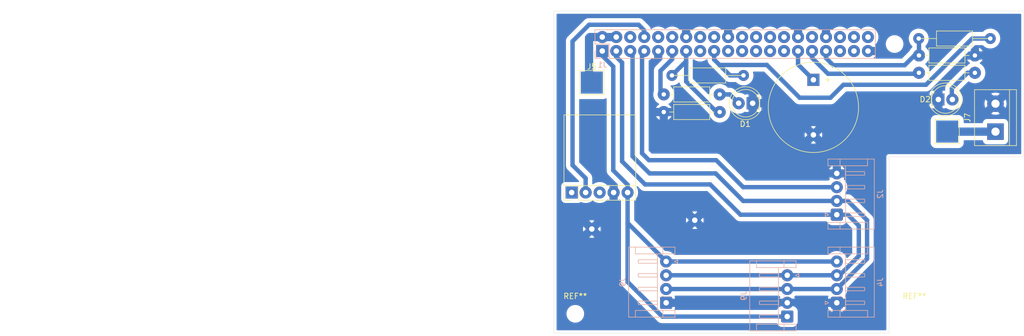
<source format=kicad_pcb>
(kicad_pcb (version 20240108) (generator "pcbnew") (generator_version "8.0")
  (layers (0 "F.Cu" signal) (31 "B.Cu" signal) (34 "B.Paste" user) (35 "F.Paste" user) (36 "B.SilkS" user "B.Silkscreen") (37 "F.SilkS" user "F.Silkscreen") (38 "B.Mask" user) (39 "F.Mask" user) (44 "Edge.Cuts" user))
  (net 0 "")
  (net 1 "GPIO5")
  (net 2 "GPIO13")
  (net 3 "Net-(D1-A)")
  (net 5 "Net-(D2-A)")
  (net 6 "+3.3V")
  (net 7 "TX")
  (net 9 "RX")
  (net 10 "GND")
  (net 13 "GPIO6")
  (net 17 "GPIO27")
  (net 20 "GPIO17")
  (net 21 "+5V")
  (net 23 "SDA")
  (net 28 "SCL")
  (net 33 "GPIO4")
  (net 35 "Net-(J5-Pin_1)")
  (footprint "Library_komsos:MountingHole_2.2mm_M2" (layer "F.Cu") (at 149.5 102)
    (property "Reference" "REF**" (at 0 -3.2 0) (layer "F.SilkS"))
    (property "Value" "MountingHole_2.2mm_M2")
    (pad "" np_thru_hole circle (at 0 0) (size 2.2 2.2) (drill 2.2) (layers "F&B.Cu" "*.Mask") (clearance 0.5))
  )
  (footprint "Library_komsos:TestPoint_Pad_4.0x4.0mm_KOSMOS" (layer "F.Cu") (at 152.5 60)
    (property "Reference" "J5" (at 0 -2.898 0) (layer "F.SilkS"))
    (property "Value" "Conn_01x01_Socket_Solder_Pad" (hide yes))
    (fp_line (start -2.2 -2.2) (end 2.2 -2.2) (stroke (width 0.12)) (layer "F.SilkS"))
    (fp_line (start -2.2 2.2) (end -2.2 -2.2) (stroke (width 0.12)) (layer "F.SilkS"))
    (fp_line (start 2.2 -2.2) (end 2.2 2.2) (stroke (width 0.12)) (layer "F.SilkS"))
    (fp_line (start 2.2 2.2) (end -2.2 2.2) (stroke (width 0.12)) (layer "F.SilkS"))
    (pad "1" smd rect (at 0 0) (size 4 4) (layers "B.Cu" "B.Mask") (net 35 "Net-(J5-Pin_1)") (clearance 1))
  )
  (footprint "" (layer "F.Cu") (at 171.2 85)
    (property "Reference" "" (at 0 0 0) (layer "F.SilkS") (effects (font (size 1.27 1.27))))
    (property "Value" "")
    (pad "2" thru_hole circle (at 0 0 270) (size 2.2 2.2) (drill 1) (layers "*.Cu" "*.Mask") (net 10 "GND"))
  )
  (footprint "Library_komsos:R_Axial_DIN0207_L6.3mm_D2.5mm_P10.16mm_Horizontal_v2.2mm" (layer "F.Cu") (at 211.92 58.225)
    (property "Reference" "R2" (hide yes))
    (property "Value" "260")
    (fp_line (start 1.04 0) (end 1.81 0) (stroke (width 0.12)) (layer "F.SilkS"))
    (fp_line (start 1.81 -1.37) (end 1.81 1.37) (stroke (width 0.12)) (layer "F.SilkS"))
    (fp_line (start 1.81 1.37) (end 8.35 1.37) (stroke (width 0.12)) (layer "F.SilkS"))
    (fp_line (start 8.35 -1.37) (end 1.81 -1.37) (stroke (width 0.12)) (layer "F.SilkS"))
    (fp_line (start 8.35 1.37) (end 8.35 -1.37) (stroke (width 0.12)) (layer "F.SilkS"))
    (fp_line (start 9.12 0) (end 8.35 0) (stroke (width 0.12)) (layer "F.SilkS"))
    (pad "1" thru_hole oval (at 0 0) (size 2.2 2.2) (drill 0.8) (layers "*.Cu" "*.Mask") (net 13 "GPIO6"))
    (pad "2" thru_hole oval (at 10.16 0) (size 2.2 2.2) (drill 0.8) (layers "*.Cu" "*.Mask") (net 5 "Net-(D2-A)"))
  )
  (footprint "Library_komsos:R_Axial_DIN0207_L6.3mm_D2.5mm_P13.24mm_Horizontal_v2mm" (layer "F.Cu") (at 211.88 52)
    (property "Reference" "SW2" (hide yes))
    (property "Value" "SW_OFF")
    (fp_line (start -0.08 0) (end 3.23 0) (stroke (width 0.12)) (layer "F.SilkS"))
    (fp_line (start 3.23 -1.37) (end 3.23 1.37) (stroke (width 0.12)) (layer "F.SilkS"))
    (fp_line (start 3.23 1.37) (end 9.77 1.37) (stroke (width 0.12)) (layer "F.SilkS"))
    (fp_line (start 9.77 -1.37) (end 3.23 -1.37) (stroke (width 0.12)) (layer "F.SilkS"))
    (fp_line (start 9.77 1.37) (end 9.77 -1.37) (stroke (width 0.12)) (layer "F.SilkS"))
    (fp_line (start 13 0) (end 9.795 0) (stroke (width 0.12)) (layer "F.SilkS"))
    (pad "1" thru_hole circle (at 0 0) (size 2 2) (drill 0.8) (layers "*.Cu" "*.Mask") (net 2 "GPIO13"))
    (pad "2" thru_hole oval (at 13 0) (size 2 2) (drill 0.8) (layers "*.Cu" "*.Mask") (net 6 "+3.3V"))
  )
  (footprint "Library_komsos:R_Axial_DIN0207_L6.3mm_D2.5mm_P13.24mm_Horizontal_v2mm" (layer "F.Cu") (at 167.05 58.7)
    (property "Reference" "SW1" (hide yes))
    (property "Value" "SW_REC")
    (fp_line (start -0.08 0) (end 3.23 0) (stroke (width 0.12)) (layer "F.SilkS"))
    (fp_line (start 3.23 -1.37) (end 3.23 1.37) (stroke (width 0.12)) (layer "F.SilkS"))
    (fp_line (start 3.23 1.37) (end 9.77 1.37) (stroke (width 0.12)) (layer "F.SilkS"))
    (fp_line (start 9.77 -1.37) (end 3.23 -1.37) (stroke (width 0.12)) (layer "F.SilkS"))
    (fp_line (start 9.77 1.37) (end 9.77 -1.37) (stroke (width 0.12)) (layer "F.SilkS"))
    (fp_line (start 13 0) (end 9.795 0) (stroke (width 0.12)) (layer "F.SilkS"))
    (pad "1" thru_hole circle (at 0 0) (size 2 2) (drill 0.8) (layers "*.Cu" "*.Mask") (net 17 "GPIO27"))
    (pad "2" thru_hole oval (at 13 0) (size 2 2) (drill 0.8) (layers "*.Cu" "*.Mask") (net 6 "+3.3V"))
  )
  (footprint "Library_komsos:MountingHole_2.2mm_M2" (layer "F.Cu") (at 211.1 102)
    (property "Reference" "REF**" (at 0 -3.2 0) (layer "F.SilkS"))
    (property "Value" "MountingHole_2.2mm_M2")
    (pad "" np_thru_hole circle (at 0 0) (size 2.2 2.2) (drill 2.2) (layers "F&B.Cu" "*.Mask") (clearance 0.5))
  )
  (footprint "Library_komsos:TerminalBlock_bornier-2_P5.08mm_v3mm" (layer "F.Cu") (at 225.825 68.915 90)
    (property "Reference" "J7" (at 2.54 -5.08 90) (layer "F.SilkS"))
    (property "Value" "Alim_Principale")
    (fp_line (start 7.62 -3.81) (end -2.54 -3.81) (stroke (width 0.12)) (layer "F.SilkS"))
    (fp_line (start -2.54 -3.81) (end -2.54 3.81) (stroke (width 0.12)) (layer "F.SilkS"))
    (fp_line (start 7.62 2.54) (end -2.54 2.54) (stroke (width 0.12)) (layer "F.SilkS"))
    (fp_line (start 7.62 3.81) (end 7.62 -3.81) (stroke (width 0.12)) (layer "F.SilkS"))
    (fp_line (start -2.54 3.81) (end 7.62 3.81) (stroke (width 0.12)) (layer "F.SilkS"))
    (pad "1" thru_hole rect (at 0 0 90) (size 3 3) (drill 1.5) (layers "*.Cu" "*.Mask") (net 21 "+5V"))
    (pad "2" thru_hole circle (at 5.08 0 90) (size 3 3) (drill 1.5) (layers "*.Cu" "*.Mask") (net 10 "GND"))
  )
  (footprint "Library_komsos:Buzzer_D16.8_H8.2_P10_v2.2" (layer "F.Cu") (at 192.75 59.5 -90)
    (property "Reference" "BZ1" (hide yes))
    (property "Value" "Buzzer")
    (fp_circle (center 5 0) (end 13.2 0) (stroke (width 0.12)) (fill none) (layer "F.SilkS"))
    (fp_text user "+" (at 0 -2.54 90) (layer "F.SilkS"))
    (pad "1" thru_hole rect (at 0 0 270) (size 2.2 2.2) (drill 1) (layers "*.Cu" "*.Mask") (net 1 "GPIO5"))
    (pad "2" thru_hole circle (at 10 0 270) (size 2.2 2.2) (drill 1) (layers "*.Cu" "*.Mask") (net 10 "GND"))
  )
  (footprint "Library_komsos:GPS_BDS_BeiDou_Dual_Module_v2.2mm" (layer "F.Cu") (at 148.84 79.97 90)
    (property "Reference" "IC1" (hide yes))
    (property "Value" "Module_GPS")
    (fp_line (start 14.1 -1.4) (end 1.27 -1.4) (stroke (width 0.12)) (layer "F.SilkS"))
    (fp_line (start 1.27 -1.4) (end 1.27 1.27) (stroke (width 0.12)) (layer "F.SilkS"))
    (fp_line (start 0 -1.4) (end -1.4 -1.4) (stroke (width 0.12)) (layer "F.SilkS"))
    (fp_line (start -1.4 -1.4) (end -1.4 0) (stroke (width 0.12)) (layer "F.SilkS"))
    (fp_line (start 1.27 1.27) (end -1.4 1.27) (stroke (width 0.12)) (layer "F.SilkS"))
    (fp_line (start 1.27 1.27) (end 1.27 11.63) (stroke (width 0.12)) (layer "F.SilkS"))
    (fp_line (start -1.4 1.27) (end -1.4 11.63) (stroke (width 0.12)) (layer "F.SilkS"))
    (fp_line (start 14.1 11.63) (end 14.1 -1.4) (stroke (width 0.12)) (layer "F.SilkS"))
    (fp_line (start -1.4 11.63) (end 14.1 11.63) (stroke (width 0.12)) (layer "F.SilkS"))
    (pad "1" thru_hole rect (at 0 0 90) (size 2.2 2.2) (drill 1) (layers "*.Cu" "*.Mask" "B.Adhes"))
    (pad "2" thru_hole oval (at 0 2.54 90) (size 2.2 2.2) (drill 1) (layers "*.Cu" "*.Mask") (net 7 "TX"))
    (pad "3" thru_hole oval (at 0 5.08 90) (size 2.2 2.2) (drill 1) (layers "*.Cu" "*.Mask") (net 9 "RX"))
    (pad "4" thru_hole oval (at 0 7.62 90) (size 2.2 2.2) (drill 1) (layers "*.Cu" "*.Mask") (net 10 "GND"))
    (pad "5" thru_hole oval (at 0 10.16 90) (size 2.2 2.2) (drill 1) (layers "*.Cu" "*.Mask") (net 6 "+3.3V"))
  )
  (footprint "Library_komsos:LED_D5.0mm_v2.2mm" (layer "F.Cu") (at 181.715 63.75 180)
    (property "Reference" "D1" (at 1.34 -3.775 0) (layer "F.SilkS"))
    (property "Value" "LED_verte")
    (fp_line (start -1.29 -1.545) (end -1.29 1.545) (stroke (width 0.12)) (layer "F.SilkS"))
    (fp_arc (start 4.26 -0.000462) (mid 2.072002 2.880433) (end -1.29 1.54483) (stroke (width 0.12)) (layer "F.SilkS"))
    (fp_arc (start -1.29 -1.54483) (mid 2.072002 -2.880433) (end 4.26 0.000462) (stroke (width 0.12)) (layer "F.SilkS"))
    (fp_circle (center 1.27 0) (end 3.77 0) (stroke (width 0.12)) (fill none) (layer "F.SilkS"))
    (pad "1" thru_hole rect (at 0 0 180) (size 2.2 2.2) (drill 1) (layers "*.Cu" "*.Mask") (net 10 "GND"))
    (pad "2" thru_hole circle (at 2.54 0 180) (size 2.2 2.2) (drill 1) (layers "*.Cu" "*.Mask") (net 3 "Net-(D1-A)"))
  )
  (footprint "Library_komsos:MountingHole_2.2mm_M2" (layer "F.Cu") (at 207.5 53)
    (property "Reference" "REF**" (hide yes))
    (property "Value" "MountingHole_2.2mm_M2")
    (pad "" np_thru_hole circle (at 0 0) (size 2.2 2.2) (drill 2.2) (layers "F&B.Cu" "*.Mask") (clearance 0.5))
  )
  (footprint "Library_komsos:LED_D5.0mm_v2.2mm" (layer "F.Cu") (at 215.45 63.075)
    (property "Reference" "D2" (at -2.4 -0.025 0) (layer "F.SilkS"))
    (property "Value" "LED_rouge")
    (fp_line (start -1.29 -1.545) (end -1.29 1.545) (stroke (width 0.12)) (layer "F.SilkS"))
    (fp_arc (start -1.29 -1.54483) (mid 2.072002 -2.880433) (end 4.26 0.000462) (stroke (width 0.12)) (layer "F.SilkS"))
    (fp_arc (start 4.26 -0.000462) (mid 2.072002 2.880433) (end -1.29 1.54483) (stroke (width 0.12)) (layer "F.SilkS"))
    (fp_circle (center 1.27 0) (end 3.77 0) (stroke (width 0.12)) (fill none) (layer "F.SilkS"))
    (pad "1" thru_hole rect (at 0 0) (size 2.2 2.2) (drill 1) (layers "*.Cu" "*.Mask") (net 10 "GND"))
    (pad "2" thru_hole circle (at 2.54 0) (size 2.2 2.2) (drill 1) (layers "*.Cu" "*.Mask") (net 5 "Net-(D2-A)"))
  )
  (footprint "" (layer "F.Cu") (at 152.5 86.6)
    (property "Reference" "" (at 0 0 0) (layer "F.SilkS") (effects (font (size 1.27 1.27))))
    (property "Value" "")
    (pad "2" thru_hole circle (at 0 0 270) (size 2.2 2.2) (drill 1) (layers "*.Cu" "*.Mask") (net 10 "GND"))
  )
  (footprint "Library_komsos:TestPoint_Pad_4.0x4.0mm_KOSMOS" (layer "F.Cu") (at 217.05 68.9)
    (property "Reference" "J6" (hide yes))
    (property "Value" "Conn_01x01_Socket_Solder_Pad" (hide yes))
    (fp_line (start -2.2 -2.2) (end 2.2 -2.2) (stroke (width 0.12)) (layer "F.SilkS"))
    (fp_line (start -2.2 2.2) (end -2.2 -2.2) (stroke (width 0.12)) (layer "F.SilkS"))
    (fp_line (start 2.2 -2.2) (end 2.2 2.2) (stroke (width 0.12)) (layer "F.SilkS"))
    (fp_line (start 2.2 2.2) (end -2.2 2.2) (stroke (width 0.12)) (layer "F.SilkS"))
    (pad "1" smd rect (at 0 0) (size 4 4) (layers "B.Cu" "B.Mask") (net 21 "+5V") (clearance 1))
  )
  (footprint "Library_komsos:R_Axial_DIN0207_L6.3mm_D2.5mm_P10.16mm_Horizontal_v2.2mm" (layer "F.Cu") (at 211.925 55.075)
    (property "Reference" "R4" (hide yes))
    (property "Value" "10k")
    (fp_line (start 1.04 0) (end 1.81 0) (stroke (width 0.12)) (layer "F.SilkS"))
    (fp_line (start 1.81 -1.37) (end 1.81 1.37) (stroke (width 0.12)) (layer "F.SilkS"))
    (fp_line (start 1.81 1.37) (end 8.35 1.37) (stroke (width 0.12)) (layer "F.SilkS"))
    (fp_line (start 8.35 -1.37) (end 1.81 -1.37) (stroke (width 0.12)) (layer "F.SilkS"))
    (fp_line (start 8.35 1.37) (end 8.35 -1.37) (stroke (width 0.12)) (layer "F.SilkS"))
    (fp_line (start 9.12 0) (end 8.35 0) (stroke (width 0.12)) (layer "F.SilkS"))
    (pad "1" thru_hole oval (at 0 0) (size 2.2 2.2) (drill 0.8) (layers "*.Cu" "*.Mask") (net 2 "GPIO13"))
    (pad "2" thru_hole oval (at 10.16 0) (size 2.2 2.2) (drill 0.8) (layers "*.Cu" "*.Mask") (net 10 "GND"))
  )
  (footprint "Library_komsos:R_Axial_DIN0207_L6.3mm_D2.5mm_P10.16mm_Horizontal_v2.2mm" (layer "F.Cu") (at 175.73 65.35 180)
    (property "Reference" "R3" (hide yes))
    (property "Value" "10k")
    (fp_line (start 9.12 0) (end 8.35 0) (stroke (width 0.12)) (layer "F.SilkS"))
    (fp_line (start 8.35 1.37) (end 8.35 -1.37) (stroke (width 0.12)) (layer "F.SilkS"))
    (fp_line (start 8.35 -1.37) (end 1.81 -1.37) (stroke (width 0.12)) (layer "F.SilkS"))
    (fp_line (start 1.81 1.37) (end 8.35 1.37) (stroke (width 0.12)) (layer "F.SilkS"))
    (fp_line (start 1.81 -1.37) (end 1.81 1.37) (stroke (width 0.12)) (layer "F.SilkS"))
    (fp_line (start 1.04 0) (end 1.81 0) (stroke (width 0.12)) (layer "F.SilkS"))
    (pad "1" thru_hole oval (at 0 0 180) (size 2.2 2.2) (drill 0.8) (layers "*.Cu" "*.Mask") (net 17 "GPIO27"))
    (pad "2" thru_hole oval (at 10.16 0 180) (size 2.2 2.2) (drill 0.8) (layers "*.Cu" "*.Mask") (net 10 "GND"))
  )
  (footprint "Library_komsos:R_Axial_DIN0207_L6.3mm_D2.5mm_P10.16mm_Horizontal_v2.2mm" (layer "F.Cu") (at 165.57 62.15)
    (property "Reference" "R1" (hide yes))
    (property "Value" "260")
    (fp_line (start 1.04 0) (end 1.81 0) (stroke (width 0.12)) (layer "F.SilkS"))
    (fp_line (start 1.81 -1.37) (end 1.81 1.37) (stroke (width 0.12)) (layer "F.SilkS"))
    (fp_line (start 1.81 1.37) (end 8.35 1.37) (stroke (width 0.12)) (layer "F.SilkS"))
    (fp_line (start 8.35 -1.37) (end 1.81 -1.37) (stroke (width 0.12)) (layer "F.SilkS"))
    (fp_line (start 8.35 1.37) (end 8.35 -1.37) (stroke (width 0.12)) (layer "F.SilkS"))
    (fp_line (start 9.12 0) (end 8.35 0) (stroke (width 0.12)) (layer "F.SilkS"))
    (pad "1" thru_hole oval (at 0 0) (size 2.2 2.2) (drill 0.8) (layers "*.Cu" "*.Mask") (net 20 "GPIO17"))
    (pad "2" thru_hole oval (at 10.16 0) (size 2.2 2.2) (drill 0.8) (layers "*.Cu" "*.Mask") (net 3 "Net-(D1-A)"))
  )
  (footprint "Library_komsos:JST_EH_S4B-EH_1x04_P2.50mm_Horizontal_kosmos" (layer "B.Cu") (at 166 92.5 -90)
    (property "Reference" "J9" (at 3.75 7.9 90) (layer "B.SilkS") (effects (justify mirror)))
    (property "Value" "Capteur_Lux")
    (fp_line (start -2.61 6.81) (end -2.61 -1.61) (stroke (width 0.12)) (layer "B.SilkS"))
    (fp_line (start 10.11 6.81) (end -2.61 6.81) (stroke (width 0.12)) (layer "B.SilkS"))
    (fp_line (start -1.39 5.59) (end -2.61 5.59) (stroke (width 0.12)) (layer "B.SilkS"))
    (fp_line (start 8.89 5.59) (end 10.11 5.59) (stroke (width 0.12)) (layer "B.SilkS"))
    (fp_line (start 0 5.09) (end -0.32 5.01) (stroke (width 0.12)) (layer "B.SilkS"))
    (fp_line (start 2.5 5.09) (end 2.18 5.01) (stroke (width 0.12)) (layer "B.SilkS"))
    (fp_line (start 5 5.09) (end 4.68 5.01) (stroke (width 0.12)) (layer "B.SilkS"))
    (fp_line (start 7.5 5.09) (end 7.18 5.01) (stroke (width 0.12)) (layer "B.SilkS"))
    (fp_line (start -0.32 5.01) (end -0.32 1.59) (stroke (width 0.12)) (layer "B.SilkS"))
    (fp_line (start 0.32 5.01) (end 0 5.09) (stroke (width 0.12)) (layer "B.SilkS"))
    (fp_line (start 2.18 5.01) (end 2.18 1.59) (stroke (width 0.12)) (layer "B.SilkS"))
    (fp_line (start 2.82 5.01) (end 2.5 5.09) (stroke (width 0.12)) (layer "B.SilkS"))
    (fp_line (start 4.68 5.01) (end 4.68 1.59) (stroke (width 0.12)) (layer "B.SilkS"))
    (fp_line (start 5.32 5.01) (end 5 5.09) (stroke (width 0.12)) (layer "B.SilkS"))
    (fp_line (start 7.18 5.01) (end 7.18 1.59) (stroke (width 0.12)) (layer "B.SilkS"))
    (fp_line (start 7.82 5.01) (end 7.5 5.09) (stroke (width 0.12)) (layer "B.SilkS"))
    (fp_line (start -0.32 1.59) (end 0 1.59) (stroke (width 0.12)) (layer "B.SilkS"))
    (fp_line (start 0 1.59) (end 0.32 1.59) (stroke (width 0.12)) (layer "B.SilkS"))
    (fp_line (start 0.32 1.59) (end 0.32 5.01) (stroke (width 0.12)) (layer "B.SilkS"))
    (fp_line (start 2.18 1.59) (end 2.5 1.59) (stroke (width 0.12)) (layer "B.SilkS"))
    (fp_line (start 2.5 1.59) (end 2.82 1.59) (stroke (width 0.12)) (layer "B.SilkS"))
    (fp_line (start 2.82 1.59) (end 2.82 5.01) (stroke (width 0.12)) (layer "B.SilkS"))
    (fp_line (start 4.68 1.59) (end 5 1.59) (stroke (width 0.12)) (layer "B.SilkS"))
    (fp_line (start 5 1.59) (end 5.32 1.59) (stroke (width 0.12)) (layer "B.SilkS"))
    (fp_line (start 5.32 1.59) (end 5.32 5.01) (stroke (width 0.12)) (layer "B.SilkS"))
    (fp_line (start 7.18 1.59) (end 7.5 1.59) (stroke (width 0.12)) (layer "B.SilkS"))
    (fp_line (start 7.5 1.59) (end 7.82 1.59) (stroke (width 0.12)) (layer "B.SilkS"))
    (fp_line (start 7.82 1.59) (end 7.82 5.01) (stroke (width 0.12)) (layer "B.SilkS"))
    (fp_line (start 8.89 1.59) (end -1.39 1.59) (stroke (width 0.12)) (layer "B.SilkS"))
    (fp_line (start -2.61 0.59) (end -1.39 0.59) (stroke (width 0.12)) (layer "B.SilkS"))
    (fp_line (start -1.39 0.59) (end -1.39 5.59) (stroke (width 0.12)) (layer "B.SilkS"))
    (fp_line (start 1.33 0.59) (end 1.17 0.59) (stroke (width 0.12)) (layer "B.SilkS"))
    (fp_line (start 3.83 0.59) (end 3.67 0.59) (stroke (width 0.12)) (layer "B.SilkS"))
    (fp_line (start 6.33 0.59) (end 6.17 0.59) (stroke (width 0.12)) (layer "B.SilkS"))
    (fp_line (start 8.89 0.59) (end 8.89 5.59) (stroke (width 0.12)) (layer "B.SilkS"))
    (fp_line (start 8.89 0.59) (end 8.89 -1.61) (stroke (width 0.12)) (layer "B.SilkS"))
    (fp_line (start 10.11 0.59) (end 8.89 0.59) (stroke (width 0.12)) (layer "B.SilkS"))
    (fp_line (start 0 -1.5) (end 0.3 -2.1) (stroke (width 0.12)) (layer "B.SilkS"))
    (fp_line (start -2.61 -1.61) (end -1.39 -1.61) (stroke (width 0.12)) (layer "B.SilkS"))
    (fp_line (start -1.39 -1.61) (end -1.39 0.59) (stroke (width 0.12)) (layer "B.SilkS"))
    (fp_line (start 8.89 -1.61) (end 10.11 -1.61) (stroke (width 0.12)) (layer "B.SilkS"))
    (fp_line (start 10.11 -1.61) (end 10.11 6.81) (stroke (width 0.12)) (layer "B.SilkS"))
    (fp_line (start -0.3 -2.1) (end 0 -1.5) (stroke (width 0.12)) (layer "B.SilkS"))
    (fp_line (start 0.3 -2.1) (end -0.3 -2.1) (stroke (width 0.12)) (layer "B.SilkS"))
    (pad "1" thru_hole circle (at 0 0 270) (size 2.2 2.2) (drill 1) (layers "*.Cu" "*.Mask") (net 6 "+3.3V"))
    (pad "2" thru_hole oval (at 2.5 0 270) (size 2.2 2.2) (drill 1) (layers "*.Cu" "*.Mask") (net 23 "SDA"))
    (pad "3" thru_hole oval (at 5 0 270) (size 2.2 2.2) (drill 1) (layers "*.Cu" "*.Mask") (net 28 "SCL"))
    (pad "4" thru_hole roundrect (at 7.5 0 270) (size 2.2 2.2) (drill 1) (layers "*.Cu" "*.Mask") (roundrect_rratio 0.1136363636) (net 10 "GND"))
  )
  (footprint "Library_komsos:JST_EH_S4B-EH_1x04_P2.50mm_Horizontal_kosmos" (layer "B.Cu") (at 197 84 90)
    (property "Reference" "J2" (at 3.75 7.9 90) (layer "B.SilkS") (effects (justify mirror)))
    (property "Value" "Arduino_Motor")
    (fp_line (start 0.3 -2.1) (end -0.3 -2.1) (stroke (width 0.12)) (layer "B.SilkS"))
    (fp_line (start -0.3 -2.1) (end 0 -1.5) (stroke (width 0.12)) (layer "B.SilkS"))
    (fp_line (start 10.11 -1.61) (end 10.11 6.81) (stroke (width 0.12)) (layer "B.SilkS"))
    (fp_line (start 8.89 -1.61) (end 10.11 -1.61) (stroke (width 0.12)) (layer "B.SilkS"))
    (fp_line (start -1.39 -1.61) (end -1.39 0.59) (stroke (width 0.12)) (layer "B.SilkS"))
    (fp_line (start -2.61 -1.61) (end -1.39 -1.61) (stroke (width 0.12)) (layer "B.SilkS"))
    (fp_line (start 0 -1.5) (end 0.3 -2.1) (stroke (width 0.12)) (layer "B.SilkS"))
    (fp_line (start 10.11 0.59) (end 8.89 0.59) (stroke (width 0.12)) (layer "B.SilkS"))
    (fp_line (start 8.89 0.59) (end 8.89 -1.61) (stroke (width 0.12)) (layer "B.SilkS"))
    (fp_line (start 8.89 0.59) (end 8.89 5.59) (stroke (width 0.12)) (layer "B.SilkS"))
    (fp_line (start 6.33 0.59) (end 6.17 0.59) (stroke (width 0.12)) (layer "B.SilkS"))
    (fp_line (start 3.83 0.59) (end 3.67 0.59) (stroke (width 0.12)) (layer "B.SilkS"))
    (fp_line (start 1.33 0.59) (end 1.17 0.59) (stroke (width 0.12)) (layer "B.SilkS"))
    (fp_line (start -1.39 0.59) (end -1.39 5.59) (stroke (width 0.12)) (layer "B.SilkS"))
    (fp_line (start -2.61 0.59) (end -1.39 0.59) (stroke (width 0.12)) (layer "B.SilkS"))
    (fp_line (start 8.89 1.59) (end -1.39 1.59) (stroke (width 0.12)) (layer "B.SilkS"))
    (fp_line (start 7.82 1.59) (end 7.82 5.01) (stroke (width 0.12)) (layer "B.SilkS"))
    (fp_line (start 7.5 1.59) (end 7.82 1.59) (stroke (width 0.12)) (layer "B.SilkS"))
    (fp_line (start 7.18 1.59) (end 7.5 1.59) (stroke (width 0.12)) (layer "B.SilkS"))
    (fp_line (start 5.32 1.59) (end 5.32 5.01) (stroke (width 0.12)) (layer "B.SilkS"))
    (fp_line (start 5 1.59) (end 5.32 1.59) (stroke (width 0.12)) (layer "B.SilkS"))
    (fp_line (start 4.68 1.59) (end 5 1.59) (stroke (width 0.12)) (layer "B.SilkS"))
    (fp_line (start 2.82 1.59) (end 2.82 5.01) (stroke (width 0.12)) (layer "B.SilkS"))
    (fp_line (start 2.5 1.59) (end 2.82 1.59) (stroke (width 0.12)) (layer "B.SilkS"))
    (fp_line (start 2.18 1.59) (end 2.5 1.59) (stroke (width 0.12)) (layer "B.SilkS"))
    (fp_line (start 0.32 1.59) (end 0.32 5.01) (stroke (width 0.12)) (layer "B.SilkS"))
    (fp_line (start 0 1.59) (end 0.32 1.59) (stroke (width 0.12)) (layer "B.SilkS"))
    (fp_line (start -0.32 1.59) (end 0 1.59) (stroke (width 0.12)) (layer "B.SilkS"))
    (fp_line (start 7.82 5.01) (end 7.5 5.09) (stroke (width 0.12)) (layer "B.SilkS"))
    (fp_line (start 7.18 5.01) (end 7.18 1.59) (stroke (width 0.12)) (layer "B.SilkS"))
    (fp_line (start 5.32 5.01) (end 5 5.09) (stroke (width 0.12)) (layer "B.SilkS"))
    (fp_line (start 4.68 5.01) (end 4.68 1.59) (stroke (width 0.12)) (layer "B.SilkS"))
    (fp_line (start 2.82 5.01) (end 2.5 5.09) (stroke (width 0.12)) (layer "B.SilkS"))
    (fp_line (start 2.18 5.01) (end 2.18 1.59) (stroke (width 0.12)) (layer "B.SilkS"))
    (fp_line (start 0.32 5.01) (end 0 5.09) (stroke (width 0.12)) (layer "B.SilkS"))
    (fp_line (start -0.32 5.01) (end -0.32 1.59) (stroke (width 0.12)) (layer "B.SilkS"))
    (fp_line (start 7.5 5.09) (end 7.18 5.01) (stroke (width 0.12)) (layer "B.SilkS"))
    (fp_line (start 5 5.09) (end 4.68 5.01) (stroke (width 0.12)) (layer "B.SilkS"))
    (fp_line (start 2.5 5.09) (end 2.18 5.01) (stroke (width 0.12)) (layer "B.SilkS"))
    (fp_line (start 0 5.09) (end -0.32 5.01) (stroke (width 0.12)) (layer "B.SilkS"))
    (fp_line (start 8.89 5.59) (end 10.11 5.59) (stroke (width 0.12)) (layer "B.SilkS"))
    (fp_line (start -1.39 5.59) (end -2.61 5.59) (stroke (width 0.12)) (layer "B.SilkS"))
    (fp_line (start 10.11 6.81) (end -2.61 6.81) (stroke (width 0.12)) (layer "B.SilkS"))
    (fp_line (start -2.61 6.81) (end -2.61 -1.61) (stroke (width 0.12)) (layer "B.SilkS"))
    (pad "1" thru_hole roundrect (at 0 0 90) (size 2.2 2.2) (drill 1) (layers "*.Cu" "*.Mask") (roundrect_rratio 0.147059) (net 23 "SDA"))
    (pad "2" thru_hole oval (at 2.5 0 90) (size 2.2 2.2) (drill 1) (layers "*.Cu" "*.Mask") (net 28 "SCL"))
    (pad "3" thru_hole oval (at 5 0 90) (size 2.2 2.2) (drill 1) (layers "*.Cu" "*.Mask") (net 33 "GPIO4"))
    (pad "4" thru_hole oval (at 7.5 0 90) (size 2.2 2.2) (drill 1) (layers "*.Cu" "*.Mask") (net 10 "GND"))
  )
  (footprint "Library_komsos:PinSocket_2x20_P2.54mm_Vertical_pad2.2mm" (layer "B.Cu") (at 154.4 54.27 -90)
    (property "Reference" "J1" (at 2.5 0 0) (layer "B.SilkS") (effects (justify mirror)))
    (property "Value" "Raspberry_Pi_2_3")
    (fp_line (start -1.27 1.33) (end -3.87 1.33) (stroke (width 0.12)) (layer "B.SilkS"))
    (fp_line (start 1.33 1.33) (end 0 1.33) (stroke (width 0.12)) (layer "B.SilkS"))
    (fp_line (start 1.33 0) (end 1.33 1.33) (stroke (width 0.12)) (layer "B.SilkS"))
    (fp_line (start -1.27 -1.27) (end -1.27 1.33) (stroke (width 0.12)) (layer "B.SilkS"))
    (fp_line (start 1.33 -1.27) (end -1.27 -1.27) (stroke (width 0.12)) (layer "B.SilkS"))
    (fp_line (start -3.87 -49.59) (end -3.87 1.33) (stroke (width 0.12)) (layer "B.SilkS"))
    (fp_line (start 1.33 -49.59) (end 1.33 -1.27) (stroke (width 0.12)) (layer "B.SilkS"))
    (fp_line (start 1.33 -49.59) (end -3.87 -49.59) (stroke (width 0.12)) (layer "B.SilkS"))
    (pad "1" thru_hole rect (at 0 0 270) (size 2.2 2.2) (drill 1) (layers "*.Cu" "*.Mask") (net 6 "+3.3V"))
    (pad "2" thru_hole oval (at -2.54 0 270) (size 2.2 2.2) (drill 1) (layers "*.Cu" "*.Mask") (net 35 "Net-(J5-Pin_1)"))
    (pad "3" thru_hole oval (at 0 -2.54 270) (size 2.2 2.2) (drill 1) (layers "*.Cu" "*.Mask") (net 23 "SDA"))
    (pad "4" thru_hole oval (at -2.54 -2.54 270) (size 2.2 2.2) (drill 1) (layers "*.Cu" "*.Mask") (net 35 "Net-(J5-Pin_1)"))
    (pad "5" thru_hole oval (at 0 -5.08 270) (size 2.2 2.2) (drill 1) (layers "*.Cu" "*.Mask") (net 28 "SCL"))
    (pad "6" thru_hole oval (at -2.54 -5.08 270) (size 2.2 2.2) (drill 1) (layers "*.Cu" "*.Mask") (net 10 "GND"))
    (pad "7" thru_hole oval (at 0 -7.62 270) (size 2.2 2.2) (drill 1) (layers "*.Cu" "*.Mask") (net 33 "GPIO4"))
    (pad "8" thru_hole oval (at -2.54 -7.62 270) (size 2.2 2.2) (drill 1) (layers "*.Cu" "*.Mask") (net 7 "TX"))
    (pad "9" thru_hole oval (at 0 -10.16 270) (size 2.2 2.2) (drill 1) (layers "*.Cu" "*.Mask") (net 10 "GND"))
    (pad "10" thru_hole oval (at -2.54 -10.16 270) (size 2.2 2.2) (drill 1) (layers "*.Cu" "*.Mask") (net 9 "RX"))
    (pad "11" thru_hole oval (at 0 -12.7 270) (size 2.2 2.2) (drill 1) (layers "*.Cu" "*.Mask") (net 20 "GPIO17"))
    (pad "12" thru_hole oval (at -2.54 -12.7 270) (size 2.2 2.2) (drill 1) (layers "*.Cu" "*.Mask"))
    (pad "13" thru_hole oval (at 0 -15.24 270) (size 2.2 2.2) (drill 1) (layers "*.Cu" "*.Mask") (net 17 "GPIO27"))
    (pad "14" thru_hole oval (at -2.54 -15.24 270) (size 2.2 2.2) (drill 1) (layers "*.Cu" "*.Mask") (net 10 "GND"))
    (pad "15" thru_hole oval (at 0 -17.78 270) (size 2.2 2.2) (drill 1) (layers "*.Cu" "*.Mask"))
    (pad "16" thru_hole oval (at -2.54 -17.78 270) (size 2.2 2.2) (drill 1) (layers "*.Cu" "*.Mask"))
    (pad "17" thru_hole oval (at 0 -20.32 270) (size 2.2 2.2) (drill 1) (layers "*.Cu" "*.Mask") (net 6 "+3.3V"))
    (pad "18" thru_hole oval (at -2.54 -20.32 270) (size 2.2 2.2) (drill 1) (layers "*.Cu" "*.Mask"))
    (pad "19" thru_hole oval (at 0 -22.86 270) (size 2.2 2.2) (drill 1) (layers "*.Cu" "*.Mask"))
    (pad "20" thru_hole oval (at -2.54 -22.86 270) (size 2.2 2.2) (drill 1) (layers "*.Cu" "*.Mask") (net 10 "GND"))
    (pad "21" thru_hole oval (at 0 -25.4 270) (size 2.2 2.2) (drill 1) (layers "*.Cu" "*.Mask"))
    (pad "22" thru_hole oval (at -2.54 -25.4 270) (size 2.2 2.2) (drill 1) (layers "*.Cu" "*.Mask"))
    (pad "23" thru_hole oval (at 0 -27.94 270) (size 2.2 2.2) (drill 1) (layers "*.Cu" "*.Mask"))
    (pad "24" thru_hole oval (at -2.54 -27.94 270) (size 2.2 2.2) (drill 1) (layers "*.Cu" "*.Mask"))
    (pad "25" thru_hole oval (at 0 -30.48 270) (size 2.2 2.2) (drill 1) (layers "*.Cu" "*.Mask") (net 10 "GND"))
    (pad "26" thru_hole oval (at -2.54 -30.48 270) (size 2.2 2.2) (drill 1) (layers "*.Cu" "*.Mask"))
    (pad "27" thru_hole oval (at 0 -33.02 270) (size 2.2 2.2) (drill 1) (layers "*.Cu" "*.Mask"))
    (pad "28" thru_hole oval (at -2.54 -33.02 270) (size 2.2 2.2) (drill 1) (layers "*.Cu" "*.Mask"))
    (pad "29" thru_hole oval (at 0 -35.56 270) (size 2.2 2.2) (drill 1) (layers "*.Cu" "*.Mask") (net 1 "GPIO5"))
    (pad "30" thru_hole oval (at -2.54 -35.56 270) (size 2.2 2.2) (drill 1) (layers "*.Cu" "*.Mask") (net 10 "GND"))
    (pad "31" thru_hole oval (at 0 -38.1 270) (size 2.2 2.2) (drill 1) (layers "*.Cu" "*.Mask") (net 13 "GPIO6"))
    (pad "32" thru_hole oval (at -2.54 -38.1 270) (size 2.2 2.2) (drill 1) (layers "*.Cu" "*.Mask"))
    (pad "33" thru_hole oval (at 0 -40.64 270) (size 2.2 2.2) (drill 1) (layers "*.Cu" "*.Mask") (net 2 "GPIO13"))
    (pad "34" thru_hole oval (at -2.54 -40.64 270) (size 2.2 2.2) (drill 1) (layers "*.Cu" "*.Mask") (net 10 "GND"))
    (pad "35" thru_hole oval (at 0 -43.18 270) (size 2.2 2.2) (drill 1) (layers "*.Cu" "*.Mask"))
    (pad "36" thru_hole oval (at -2.54 -43.18 270) (size 2.2 2.2) (drill 1) (layers "*.Cu" "*.Mask"))
    (pad "37" thru_hole oval (at 0 -45.72 270) (size 2.2 2.2) (drill 1) (layers "*.Cu" "*.Mask"))
    (pad "38" thru_hole oval (at -2.54 -45.72 270) (size 2.2 2.2) (drill 1) (layers "*.Cu" "*.Mask"))
    (pad "39" thru_hole oval (at 0 -48.26 270) (size 2.2 2.2) (drill 1) (layers "*.Cu" "*.Mask") (net 10 "GND"))
    (pad "40" thru_hole oval (at -2.54 -48.26 270) (size 2.2 2.2) (drill 1) (layers "*.Cu" "*.Mask"))
  )
  (footprint "Library_komsos:JST_EH_S4B-EH_1x04_P2.50mm_Horizontal_kosmos" (layer "B.Cu") (at 188 95 -90)
    (property "Reference" "J9" (at 3.75 7.9 90) (layer "B.SilkS") (effects (justify mirror)))
    (property "Value" "Capteur_Magneto")
    (fp_line (start -2.61 6.81) (end -2.61 -1.61) (stroke (width 0.12)) (layer "B.SilkS"))
    (fp_line (start 10.11 6.81) (end -2.61 6.81) (stroke (width 0.12)) (layer "B.SilkS"))
    (fp_line (start -1.39 5.59) (end -2.61 5.59) (stroke (width 0.12)) (layer "B.SilkS"))
    (fp_line (start 8.89 5.59) (end 10.11 5.59) (stroke (width 0.12)) (layer "B.SilkS"))
    (fp_line (start 0 5.09) (end -0.32 5.01) (stroke (width 0.12)) (layer "B.SilkS"))
    (fp_line (start 2.5 5.09) (end 2.18 5.01) (stroke (width 0.12)) (layer "B.SilkS"))
    (fp_line (start 5 5.09) (end 4.68 5.01) (stroke (width 0.12)) (layer "B.SilkS"))
    (fp_line (start 7.5 5.09) (end 7.18 5.01) (stroke (width 0.12)) (layer "B.SilkS"))
    (fp_line (start -0.32 5.01) (end -0.32 1.59) (stroke (width 0.12)) (layer "B.SilkS"))
    (fp_line (start 0.32 5.01) (end 0 5.09) (stroke (width 0.12)) (layer "B.SilkS"))
    (fp_line (start 2.18 5.01) (end 2.18 1.59) (stroke (width 0.12)) (layer "B.SilkS"))
    (fp_line (start 2.82 5.01) (end 2.5 5.09) (stroke (width 0.12)) (layer "B.SilkS"))
    (fp_line (start 4.68 5.01) (end 4.68 1.59) (stroke (width 0.12)) (layer "B.SilkS"))
    (fp_line (start 5.32 5.01) (end 5 5.09) (stroke (width 0.12)) (layer "B.SilkS"))
    (fp_line (start 7.18 5.01) (end 7.18 1.59) (stroke (width 0.12)) (layer "B.SilkS"))
    (fp_line (start 7.82 5.01) (end 7.5 5.09) (stroke (width 0.12)) (layer "B.SilkS"))
    (fp_line (start -0.32 1.59) (end 0 1.59) (stroke (width 0.12)) (layer "B.SilkS"))
    (fp_line (start 0 1.59) (end 0.32 1.59) (stroke (width 0.12)) (layer "B.SilkS"))
    (fp_line (start 0.32 1.59) (end 0.32 5.01) (stroke (width 0.12)) (layer "B.SilkS"))
    (fp_line (start 2.18 1.59) (end 2.5 1.59) (stroke (width 0.12)) (layer "B.SilkS"))
    (fp_line (start 2.5 1.59) (end 2.82 1.59) (stroke (width 0.12)) (layer "B.SilkS"))
    (fp_line (start 2.82 1.59) (end 2.82 5.01) (stroke (width 0.12)) (layer "B.SilkS"))
    (fp_line (start 4.68 1.59) (end 5 1.59) (stroke (width 0.12)) (layer "B.SilkS"))
    (fp_line (start 5 1.59) (end 5.32 1.59) (stroke (width 0.12)) (layer "B.SilkS"))
    (fp_line (start 5.32 1.59) (end 5.32 5.01) (stroke (width 0.12)) (layer "B.SilkS"))
    (fp_line (start 7.18 1.59) (end 7.5 1.59) (stroke (width 0.12)) (layer "B.SilkS"))
    (fp_line (start 7.5 1.59) (end 7.82 1.59) (stroke (width 0.12)) (layer "B.SilkS"))
    (fp_line (start 7.82 1.59) (end 7.82 5.01) (stroke (width 0.12)) (layer "B.SilkS"))
    (fp_line (start 8.89 1.59) (end -1.39 1.59) (stroke (width 0.12)) (layer "B.SilkS"))
    (fp_line (start -2.61 0.59) (end -1.39 0.59) (stroke (width 0.12)) (layer "B.SilkS"))
    (fp_line (start -1.39 0.59) (end -1.39 5.59) (stroke (width 0.12)) (layer "B.SilkS"))
    (fp_line (start 1.33 0.59) (end 1.17 0.59) (stroke (width 0.12)) (layer "B.SilkS"))
    (fp_line (start 3.83 0.59) (end 3.67 0.59) (stroke (width 0.12)) (layer "B.SilkS"))
    (fp_line (start 6.33 0.59) (end 6.17 0.59) (stroke (width 0.12)) (layer "B.SilkS"))
    (fp_line (start 8.89 0.59) (end 8.89 5.59) (stroke (width 0.12)) (layer "B.SilkS"))
    (fp_line (start 8.89 0.59) (end 8.89 -1.61) (stroke (width 0.12)) (layer "B.SilkS"))
    (fp_line (start 10.11 0.59) (end 8.89 0.59) (stroke (width 0.12)) (layer "B.SilkS"))
    (fp_line (start 0 -1.5) (end 0.3 -2.1) (stroke (width 0.12)) (layer "B.SilkS"))
    (fp_line (start -2.61 -1.61) (end -1.39 -1.61) (stroke (width 0.12)) (layer "B.SilkS"))
    (fp_line (start -1.39 -1.61) (end -1.39 0.59) (stroke (width 0.12)) (layer "B.SilkS"))
    (fp_line (start 8.89 -1.61) (end 10.11 -1.61) (stroke (width 0.12)) (layer "B.SilkS"))
    (fp_line (start 10.11 -1.61) (end 10.11 6.81) (stroke (width 0.12)) (layer "B.SilkS"))
    (fp_line (start -0.3 -2.1) (end 0 -1.5) (stroke (width 0.12)) (layer "B.SilkS"))
    (fp_line (start 0.3 -2.1) (end -0.3 -2.1) (stroke (width 0.12)) (layer "B.SilkS"))
    (pad "1" thru_hole circle (at 0 0 270) (size 2.2 2.2) (drill 1) (layers "*.Cu" "*.Mask") (net 23 "SDA"))
    (pad "2" thru_hole oval (at 2.5 0 270) (size 2.2 2.2) (drill 1) (layers "*.Cu" "*.Mask") (net 28 "SCL"))
    (pad "3" thru_hole oval (at 5 0 270) (size 2.2 2.2) (drill 1) (layers "*.Cu" "*.Mask") (net 10 "GND"))
    (pad "4" thru_hole roundrect (at 7.5 0 270) (size 2.2 2.2) (drill 1) (layers "*.Cu" "*.Mask") (roundrect_rratio 0.1136363636) (net 6 "+3.3V"))
  )
  (footprint "Library_komsos:JST_EH_S4B-EH_1x04_P2.50mm_Horizontal_kosmos" (layer "B.Cu") (at 197 100 90)
    (property "Reference" "J4" (at 3.75 7.9 90) (layer "B.SilkS") (effects (justify mirror)))
    (property "Value" "Capteur_Temp")
    (fp_line (start 0.3 -2.1) (end -0.3 -2.1) (stroke (width 0.12)) (layer "B.SilkS"))
    (fp_line (start -0.3 -2.1) (end 0 -1.5) (stroke (width 0.12)) (layer "B.SilkS"))
    (fp_line (start 10.11 -1.61) (end 10.11 6.81) (stroke (width 0.12)) (layer "B.SilkS"))
    (fp_line (start 8.89 -1.61) (end 10.11 -1.61) (stroke (width 0.12)) (layer "B.SilkS"))
    (fp_line (start -1.39 -1.61) (end -1.39 0.59) (stroke (width 0.12)) (layer "B.SilkS"))
    (fp_line (start -2.61 -1.61) (end -1.39 -1.61) (stroke (width 0.12)) (layer "B.SilkS"))
    (fp_line (start 0 -1.5) (end 0.3 -2.1) (stroke (width 0.12)) (layer "B.SilkS"))
    (fp_line (start 10.11 0.59) (end 8.89 0.59) (stroke (width 0.12)) (layer "B.SilkS"))
    (fp_line (start 8.89 0.59) (end 8.89 -1.61) (stroke (width 0.12)) (layer "B.SilkS"))
    (fp_line (start 8.89 0.59) (end 8.89 5.59) (stroke (width 0.12)) (layer "B.SilkS"))
    (fp_line (start 6.33 0.59) (end 6.17 0.59) (stroke (width 0.12)) (layer "B.SilkS"))
    (fp_line (start 3.83 0.59) (end 3.67 0.59) (stroke (width 0.12)) (layer "B.SilkS"))
    (fp_line (start 1.33 0.59) (end 1.17 0.59) (stroke (width 0.12)) (layer "B.SilkS"))
    (fp_line (start -1.39 0.59) (end -1.39 5.59) (stroke (width 0.12)) (layer "B.SilkS"))
    (fp_line (start -2.61 0.59) (end -1.39 0.59) (stroke (width 0.12)) (layer "B.SilkS"))
    (fp_line (start 8.89 1.59) (end -1.39 1.59) (stroke (width 0.12)) (layer "B.SilkS"))
    (fp_line (start 7.82 1.59) (end 7.82 5.01) (stroke (width 0.12)) (layer "B.SilkS"))
    (fp_line (start 7.5 1.59) (end 7.82 1.59) (stroke (width 0.12)) (layer "B.SilkS"))
    (fp_line (start 7.18 1.59) (end 7.5 1.59) (stroke (width 0.12)) (layer "B.SilkS"))
    (fp_line (start 5.32 1.59) (end 5.32 5.01) (stroke (width 0.12)) (layer "B.SilkS"))
    (fp_line (start 5 1.59) (end 5.32 1.59) (stroke (width 0.12)) (layer "B.SilkS"))
    (fp_line (start 4.68 1.59) (end 5 1.59) (stroke (width 0.12)) (layer "B.SilkS"))
    (fp_line (start 2.82 1.59) (end 2.82 5.01) (stroke (width 0.12)) (layer "B.SilkS"))
    (fp_line (start 2.5 1.59) (end 2.82 1.59) (stroke (width 0.12)) (layer "B.SilkS"))
    (fp_line (start 2.18 1.59) (end 2.5 1.59) (stroke (width 0.12)) (layer "B.SilkS"))
    (fp_line (start 0.32 1.59) (end 0.32 5.01) (stroke (width 0.12)) (layer "B.SilkS"))
    (fp_line (start 0 1.59) (end 0.32 1.59) (stroke (width 0.12)) (layer "B.SilkS"))
    (fp_line (start -0.32 1.59) (end 0 1.59) (stroke (width 0.12)) (layer "B.SilkS"))
    (fp_line (start 7.82 5.01) (end 7.5 5.09) (stroke (width 0.12)) (layer "B.SilkS"))
    (fp_line (start 7.18 5.01) (end 7.18 1.59) (stroke (width 0.12)) (layer "B.SilkS"))
    (fp_line (start 5.32 5.01) (end 5 5.09) (stroke (width 0.12)) (layer "B.SilkS"))
    (fp_line (start 4.68 5.01) (end 4.68 1.59) (stroke (width 0.12)) (layer "B.SilkS"))
    (fp_line (start 2.82 5.01) (end 2.5 5.09) (stroke (width 0.12)) (layer "B.SilkS"))
    (fp_line (start 2.18 5.01) (end 2.18 1.59) (stroke (width 0.12)) (layer "B.SilkS"))
    (fp_line (start 0.32 5.01) (end 0 5.09) (stroke (width 0.12)) (layer "B.SilkS"))
    (fp_line (start -0.32 5.01) (end -0.32 1.59) (stroke (width 0.12)) (layer "B.SilkS"))
    (fp_line (start 7.5 5.09) (end 7.18 5.01) (stroke (width 0.12)) (layer "B.SilkS"))
    (fp_line (start 5 5.09) (end 4.68 5.01) (stroke (width 0.12)) (layer "B.SilkS"))
    (fp_line (start 2.5 5.09) (end 2.18 5.01) (stroke (width 0.12)) (layer "B.SilkS"))
    (fp_line (start 0 5.09) (end -0.32 5.01) (stroke (width 0.12)) (layer "B.SilkS"))
    (fp_line (start 8.89 5.59) (end 10.11 5.59) (stroke (width 0.12)) (layer "B.SilkS"))
    (fp_line (start -1.39 5.59) (end -2.61 5.59) (stroke (width 0.12)) (layer "B.SilkS"))
    (fp_line (start 10.11 6.81) (end -2.61 6.81) (stroke (width 0.12)) (layer "B.SilkS"))
    (fp_line (start -2.61 6.81) (end -2.61 -1.61) (stroke (width 0.12)) (layer "B.SilkS"))
    (pad "1" thru_hole roundrect (at 0 0 90) (size 2.2 2.2) (drill 1) (layers "*.Cu" "*.Mask") (roundrect_rratio 0.147059) (net 10 "GND"))
    (pad "2" thru_hole oval (at 2.5 0 90) (size 2.2 2.2) (drill 1) (layers "*.Cu" "*.Mask") (net 28 "SCL"))
    (pad "3" thru_hole oval (at 5 0 90) (size 2.2 2.2) (drill 1) (layers "*.Cu" "*.Mask") (net 23 "SDA"))
    (pad "4" thru_hole oval (at 7.5 0 90) (size 2.2 2.2) (drill 1) (layers "*.Cu" "*.Mask") (net 6 "+3.3V"))
  )
  (gr_line (start 145.6 47) (end 231 47) (stroke (width 0.05)) (layer "Edge.Cuts"))
  (gr_line (start 206.5 73.5) (end 231 73.5) (stroke (width 0.05)) (layer "Edge.Cuts"))
  (gr_line (start 206.5 105.5) (end 206.5 73.5) (stroke (width 0.05)) (layer "Edge.Cuts"))
  (gr_line (start 231 73.5) (end 231 47) (stroke (width 0.05)) (layer "Edge.Cuts"))
  (gr_line (start 145.6 47) (end 145.6 105.5) (stroke (width 0.05)) (layer "Edge.Cuts"))
  (gr_line (start 145.6 105.5) (end 206.5 105.5) (stroke (width 0.05)) (layer "Edge.Cuts"))
  (segment (start 189.96 56.71) (end 192.75 59.5) (width 0.8) (layer "B.Cu") (net 1))
  (segment (start 189.96 54.27) (end 189.96 56.71) (width 0.8) (layer "B.Cu") (net 1))
  (segment (start 196.35 56.85) (end 209.325 56.85) (width 0.8) (layer "B.Cu") (net 2))
  (segment (start 195.04 54.27) (end 195.04 55.54) (width 0.8) (layer "B.Cu") (net 2))
  (segment (start 211.1 55.075) (end 211.925 55.075) (width 0.8) (layer "B.Cu") (net 2))
  (segment (start 211.88 52.02) (end 211.88 52) (width 0.8) (layer "B.Cu") (net 2))
  (segment (start 211.925 55.075) (end 211.925 52.045) (width 0.8) (layer "B.Cu") (net 2))
  (segment (start 195.04 55.54) (end 196.35 56.85) (width 0.8) (layer "B.Cu") (net 2))
  (segment (start 211.925 52.045) (end 211.88 52) (width 0.8) (layer "B.Cu") (net 2))
  (segment (start 209.325 56.85) (end 211.1 55.075) (width 0.8) (layer "B.Cu") (net 2))
  (segment (start 175.73 62.15) (end 177.575 62.15) (width 0.8) (layer "B.Cu") (net 3))
  (segment (start 177.575 62.15) (end 179.175 63.75) (width 0.8) (layer "B.Cu") (net 3))
  (segment (start 220.75 58.225) (end 217.9 61.075) (width 0.8) (layer "B.Cu") (net 5))
  (segment (start 217.9 62.985) (end 217.99 63.075) (width 0.8) (layer "B.Cu") (net 5))
  (segment (start 222.08 58.225) (end 220.75 58.225) (width 0.8) (layer "B.Cu") (net 5))
  (segment (start 217.9 61.075) (end 217.9 62.985) (width 0.8) (layer "B.Cu") (net 5))
  (segment (start 195.85 62.75) (end 190.25 62.75) (width 0.8) (layer "B.Cu") (net 6))
  (segment (start 154.4 55.1) (end 156.4 57.1) (width 0.8) (layer "B.Cu") (net 6))
  (segment (start 174.72 55.82) (end 174.72 54.27) (width 0.8) (layer "B.Cu") (net 6))
  (segment (start 165.295495 102.5) (end 159 96.204505) (width 0.8) (layer "B.Cu") (net 6))
  (segment (start 221.6 52) (end 213.2 60.4) (width 0.8) (layer "B.Cu") (net 6))
  (segment (start 184.3 56.8) (end 175.7 56.8) (width 0.8) (layer "B.Cu") (net 6))
  (segment (start 177.6 58.7) (end 175.7 56.8) (width 0.8) (layer "B.Cu") (net 6))
  (segment (start 180.05 58.7) (end 177.6 58.7) (width 0.8) (layer "B.Cu") (net 6))
  (segment (start 213.2 60.4) (end 198.2 60.4) (width 0.8) (layer "B.Cu") (net 6))
  (segment (start 159 85.5) (end 166 92.5) (width 0.8) (layer "B.Cu") (net 6))
  (segment (start 154.4 54.27) (end 154.4 55.1) (width 0.8) (layer "B.Cu") (net 6))
  (segment (start 187.5 102.5) (end 165.295495 102.5) (width 0.8) (layer "B.Cu") (net 6))
  (segment (start 198.2 60.4) (end 195.85 62.75) (width 0.8) (layer "B.Cu") (net 6))
  (segment (start 159 79.97) (end 159 85.5) (width 0.8) (layer "B.Cu") (net 6))
  (segment (start 156.4 57.1) (end 156.4 75.96) (width 0.8) (layer "B.Cu") (net 6))
  (segment (start 224.88 52) (end 221.6 52) (width 0.8) (layer "B.Cu") (net 6))
  (segment (start 159 78.56) (end 159 79.97) (width 0.8) (layer "B.Cu") (net 6))
  (segment (start 159 96.204505) (end 159 85.5) (width 0.8) (layer "B.Cu") (net 6))
  (segment (start 190.25 62.75) (end 184.3 56.8) (width 0.8) (layer "B.Cu") (net 6))
  (segment (start 166 92.5) (end 197 92.5) (width 0.8) (layer "B.Cu") (net 6))
  (segment (start 175.7 56.8) (end 174.72 55.82) (width 0.8) (layer "B.Cu") (net 6))
  (segment (start 156.4 75.96) (end 159 78.56) (width 0.8) (layer "B.Cu") (net 6))
  (segment (start 151.38 77.38) (end 151.38 79.97) (width 0.8) (layer "B.Cu") (net 7))
  (segment (start 152 49.5) (end 149 52.5) (width 0.8) (layer "B.Cu") (net 7))
  (segment (start 161 49.5) (end 152 49.5) (width 0.8) (layer "B.Cu") (net 7))
  (segment (start 162.02 50.52) (end 161 49.5) (width 0.8) (layer "B.Cu") (net 7))
  (segment (start 149 52.5) (end 149 75) (width 0.8) (layer "B.Cu") (net 7))
  (segment (start 149 75) (end 151.38 77.38) (width 0.8) (layer "B.Cu") (net 7))
  (segment (start 154 79.89) (end 153.92 79.97) (width 0.8) (layer "B.Cu") (net 9))
  (via (at 165.57 65.35) (size 0.6) (drill 0.3) (layers "F.Cu" "B.Cu") (net 10))
  (segment (start 192.5 55.5) (end 195.4 58.4) (width 0.8) (layer "B.Cu") (net 13))
  (segment (start 211.745 58.4) (end 211.92 58.225) (width 0.8) (layer "B.Cu") (net 13))
  (segment (start 192.5 54.27) (end 192.5 55.5) (width 0.8) (layer "B.Cu") (net 13))
  (segment (start 195.4 58.4) (end 211.745 58.4) (width 0.8) (layer "B.Cu") (net 13))
  (segment (start 169.64 59.815) (end 175.175 65.35) (width 0.8) (layer "B.Cu") (net 17))
  (segment (start 169.64 54.27) (end 169.64 56.335) (width 0.8) (layer "B.Cu") (net 17))
  (segment (start 167.05 58.7) (end 169.415 56.335) (width 0.8) (layer "B.Cu") (net 17))
  (segment (start 175.175 65.35) (end 175.73 65.35) (width 0.8) (layer "B.Cu") (net 17))
  (segment (start 169.64 56.335) (end 169.64 59.815) (width 0.8) (layer "B.Cu") (net 17))
  (segment (start 169.415 56.335) (end 169.64 56.335) (width 0.8) (layer "B.Cu") (net 17))
  (segment (start 167.1 54.27) (end 167.1 55.75) (width 0.8) (layer "B.Cu") (net 20))
  (segment (start 164.975 57.875) (end 164.975 61.555) (width 0.8) (layer "B.Cu") (net 20))
  (segment (start 164.975 61.555) (end 165.57 62.15) (width 0.8) (layer "B.Cu") (net 20))
  (segment (start 167.1 55.75) (end 164.975 57.875) (width 0.8) (layer "B.Cu") (net 20))
  (segment (start 225.825 68.915) (end 217.065 68.915) (width 1.5) (layer "B.Cu") (net 21))
  (segment (start 217.065 68.915) (end 217.05 68.9) (width 1.5) (layer "B.Cu") (net 21))
  (segment (start 156.94 54.27) (end 156.94 55.315) (width 0.8) (layer "B.Cu") (net 23))
  (segment (start 158 74.325) (end 162.175 78.5) (width 0.8) (layer "B.Cu") (net 23))
  (segment (start 156.94 55.315) (end 158 56.375) (width 0.8) (layer "B.Cu") (net 23))
  (segment (start 197.5 95) (end 201 91.5) (width 0.8) (layer "B.Cu") (net 23))
  (segment (start 197 95) (end 197.5 95) (width 0.8) (layer "B.Cu") (net 23))
  (segment (start 158 56.375) (end 158 74.325) (width 0.8) (layer "B.Cu") (net 23))
  (segment (start 201 86) (end 199 84) (width 0.8) (layer "B.Cu") (net 23))
  (segment (start 197 95) (end 166 95) (width 0.8) (layer "B.Cu") (net 23))
  (segment (start 162.175 78.5) (end 174 78.5) (width 0.8) (layer "B.Cu") (net 23))
  (segment (start 174 78.5) (end 179.5 84) (width 0.8) (layer "B.Cu") (net 23))
  (segment (start 179.5 84) (end 197 84) (width 0.8) (layer "B.Cu") (net 23))
  (segment (start 199 84) (end 197 84) (width 0.8) (layer "B.Cu") (net 23))
  (segment (start 201 91.5) (end 201 86) (width 0.8) (layer "B.Cu") (net 23))
  (segment (start 197 97.5) (end 202.5 92) (width 0.8) (layer "B.Cu") (net 28))
  (segment (start 159.975 54.765) (end 159.48 54.27) (width 0.8) (layer "B.Cu") (net 28))
  (segment (start 180 81.5) (end 197 81.5) (width 0.8) (layer "B.Cu") (net 28))
  (segment (start 159.9 54.69) (end 159.9 73.4) (width 0.8) (layer "B.Cu") (net 28))
  (segment (start 159.9 73.4) (end 163 76.5) (width 0.8) (layer "B.Cu") (net 28))
  (segment (start 159.48 54.27) (end 159.9 54.69) (width 0.8) (layer "B.Cu") (net 28))
  (segment (start 197 97.5) (end 188.5 97.5) (width 0.8) (layer "B.Cu") (net 28))
  (segment (start 199 81.5) (end 197 81.5) (width 0.8) (layer "B.Cu") (net 28))
  (segment (start 202.5 85) (end 199 81.5) (width 0.8) (layer "B.Cu") (net 28))
  (segment (start 202.5 92) (end 202.5 85) (width 0.8) (layer "B.Cu") (net 28))
  (segment (start 166 97.5) (end 187.5 97.5) (width 0.8) (layer "B.Cu") (net 28))
  (segment (start 163 76.5) (end 175 76.5) (width 0.8) (layer "B.Cu") (net 28))
  (segment (start 175 76.5) (end 180 81.5) (width 0.8) (layer "B.Cu") (net 28))
  (segment (start 161.625 54.665) (end 161.625 72.85) (width 0.8) (layer "B.Cu") (net 33))
  (segment (start 162.875 74.1) (end 175.1 74.1) (width 0.8) (layer "B.Cu") (net 33))
  (segment (start 175.1 74.1) (end 180 79) (width 0.8) (layer "B.Cu") (net 33))
  (segment (start 180 79) (end 197 79) (width 0.8) (layer "B.Cu") (net 33))
  (segment (start 162.02 54.27) (end 161.625 54.665) (width 0.8) (layer "B.Cu") (net 33))
  (segment (start 161.625 72.85) (end 162.875 74.1) (width 0.8) (layer "B.Cu") (net 33))
  (segment (start 152.17 51.73) (end 152 51.9) (width 1.5) (layer "B.Cu") (net 35))
  (segment (start 154.4 51.73) (end 152.17 51.73) (width 1.5) (layer "B.Cu") (net 35))
  (segment (start 156.94 51.73) (end 154.4 51.73) (width 1.5) (layer "B.Cu") (net 35))
  (segment (start 152 51.9) (end 152 59) (width 1.5) (layer "B.Cu") (net 35))
  (segment (start 152 59) (end 153.5 60.5) (width 1.5) (layer "B.Cu") (net 35))
  (zone (net 10) (net_name "GND") (layer "B.Cu") (priority 1) (connect_pads (clearance 0.8)) (min_thickness 0.25) (fill yes (thermal_gap 0.5) (thermal_bridge_width 1.5))
    (polygon (pts (xy 231 105.5) (xy 169 105.5) (xy 145.6 105.7) (xy 145.6 47.2) (xy 231 47)))
  )
)
</source>
